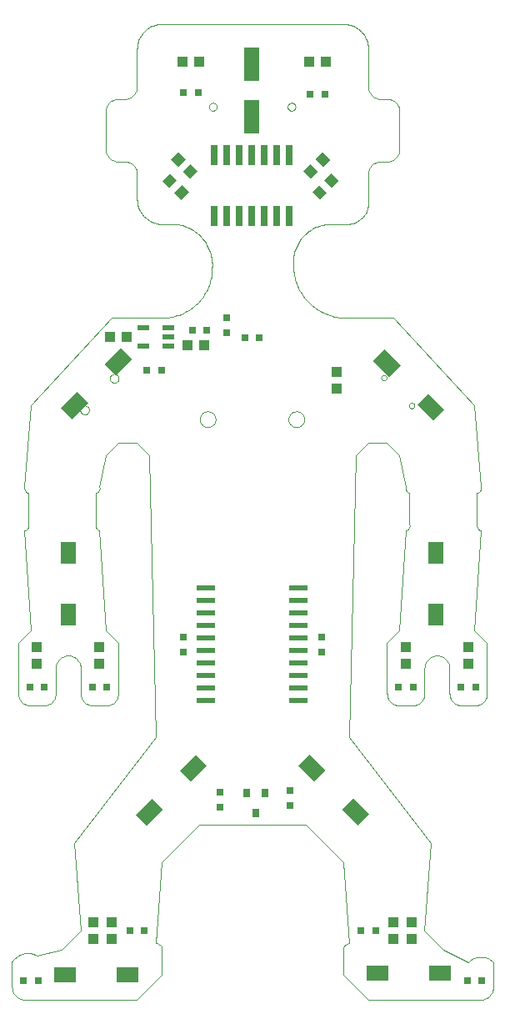
<source format=gtp>
G75*
%MOIN*%
%OFA0B0*%
%FSLAX24Y24*%
%IPPOS*%
%LPD*%
%AMOC8*
5,1,8,0,0,1.08239X$1,22.5*
%
%ADD10C,0.0000*%
%ADD11R,0.0315X0.0354*%
%ADD12R,0.0315X0.0315*%
%ADD13R,0.0780X0.0220*%
%ADD14R,0.0394X0.0433*%
%ADD15R,0.0630X0.1378*%
%ADD16R,0.0906X0.0630*%
%ADD17R,0.0630X0.0906*%
%ADD18R,0.0433X0.0394*%
%ADD19R,0.0260X0.0800*%
%ADD20R,0.0472X0.0217*%
D10*
X000100Y000600D02*
X000100Y001600D01*
X000128Y001644D01*
X000160Y001685D01*
X000194Y001724D01*
X000231Y001761D01*
X000270Y001795D01*
X000312Y001826D01*
X000356Y001854D01*
X000402Y001878D01*
X000449Y001900D01*
X000498Y001918D01*
X000548Y001932D01*
X000599Y001943D01*
X000651Y001950D01*
X000703Y001954D01*
X000755Y001953D01*
X000806Y001949D01*
X000858Y001942D01*
X000909Y001930D01*
X000959Y001916D01*
X001007Y001897D01*
X001055Y001875D01*
X001100Y001850D01*
X002100Y002100D01*
X002850Y002850D01*
X002600Y006350D01*
X005850Y010600D01*
X005600Y021850D01*
X005100Y022350D01*
X004350Y022350D01*
X003850Y021850D01*
X003600Y020600D01*
X003605Y020573D01*
X003606Y020547D01*
X003604Y020520D01*
X003598Y020493D01*
X003589Y020468D01*
X003577Y020444D01*
X003561Y020422D01*
X003543Y020402D01*
X003523Y020384D01*
X003500Y020370D01*
X003476Y020358D01*
X003450Y020350D01*
X003450Y019100D01*
X003445Y019073D01*
X003444Y019047D01*
X003446Y019020D01*
X003452Y018993D01*
X003461Y018968D01*
X003473Y018944D01*
X003489Y018922D01*
X003507Y018902D01*
X003527Y018884D01*
X003550Y018870D01*
X003574Y018858D01*
X003600Y018850D01*
X003850Y014850D01*
X004350Y014350D01*
X004350Y012350D01*
X004348Y012306D01*
X004342Y012263D01*
X004333Y012221D01*
X004320Y012179D01*
X004303Y012139D01*
X004283Y012100D01*
X004260Y012063D01*
X004233Y012029D01*
X004204Y011996D01*
X004171Y011967D01*
X004137Y011940D01*
X004100Y011917D01*
X004061Y011897D01*
X004021Y011880D01*
X003979Y011867D01*
X003937Y011858D01*
X003894Y011852D01*
X003850Y011850D01*
X003350Y011850D01*
X003306Y011852D01*
X003263Y011858D01*
X003221Y011867D01*
X003179Y011880D01*
X003139Y011897D01*
X003100Y011917D01*
X003063Y011940D01*
X003029Y011967D01*
X002996Y011996D01*
X002967Y012029D01*
X002940Y012063D01*
X002917Y012100D01*
X002897Y012139D01*
X002880Y012179D01*
X002867Y012221D01*
X002858Y012263D01*
X002852Y012306D01*
X002850Y012350D01*
X002850Y013350D01*
X002350Y013850D02*
X002306Y013848D01*
X002263Y013842D01*
X002221Y013833D01*
X002179Y013820D01*
X002139Y013803D01*
X002100Y013783D01*
X002063Y013760D01*
X002029Y013733D01*
X001996Y013704D01*
X001967Y013671D01*
X001940Y013637D01*
X001917Y013600D01*
X001897Y013561D01*
X001880Y013521D01*
X001867Y013479D01*
X001858Y013437D01*
X001852Y013394D01*
X001850Y013350D01*
X001850Y012350D01*
X001848Y012306D01*
X001842Y012263D01*
X001833Y012221D01*
X001820Y012179D01*
X001803Y012139D01*
X001783Y012100D01*
X001760Y012063D01*
X001733Y012029D01*
X001704Y011996D01*
X001671Y011967D01*
X001637Y011940D01*
X001600Y011917D01*
X001561Y011897D01*
X001521Y011880D01*
X001479Y011867D01*
X001437Y011858D01*
X001394Y011852D01*
X001350Y011850D01*
X000850Y011850D01*
X000806Y011852D01*
X000763Y011858D01*
X000721Y011867D01*
X000679Y011880D01*
X000639Y011897D01*
X000600Y011917D01*
X000563Y011940D01*
X000529Y011967D01*
X000496Y011996D01*
X000467Y012029D01*
X000440Y012063D01*
X000417Y012100D01*
X000397Y012139D01*
X000380Y012179D01*
X000367Y012221D01*
X000358Y012263D01*
X000352Y012306D01*
X000350Y012350D01*
X000350Y014350D01*
X000850Y014850D01*
X000600Y018850D01*
X000626Y018858D01*
X000650Y018870D01*
X000673Y018884D01*
X000693Y018902D01*
X000711Y018922D01*
X000727Y018944D01*
X000739Y018968D01*
X000748Y018993D01*
X000754Y019020D01*
X000756Y019047D01*
X000755Y019073D01*
X000750Y019100D01*
X000750Y020350D01*
X000724Y020358D01*
X000700Y020370D01*
X000677Y020384D01*
X000657Y020402D01*
X000639Y020422D01*
X000623Y020444D01*
X000611Y020468D01*
X000602Y020493D01*
X000596Y020520D01*
X000594Y020547D01*
X000595Y020573D01*
X000600Y020600D01*
X000850Y023850D01*
X004100Y027350D01*
X006100Y027350D01*
X006187Y027352D01*
X006274Y027358D01*
X006361Y027367D01*
X006447Y027380D01*
X006533Y027397D01*
X006618Y027418D01*
X006701Y027443D01*
X006784Y027471D01*
X006865Y027502D01*
X006945Y027537D01*
X007023Y027576D01*
X007100Y027618D01*
X007175Y027663D01*
X007247Y027712D01*
X007318Y027763D01*
X007386Y027818D01*
X007451Y027875D01*
X007514Y027936D01*
X007575Y027999D01*
X007632Y028064D01*
X007687Y028132D01*
X007738Y028203D01*
X007787Y028275D01*
X007832Y028350D01*
X007874Y028427D01*
X007913Y028505D01*
X007948Y028585D01*
X007979Y028666D01*
X008007Y028749D01*
X008032Y028832D01*
X008053Y028917D01*
X008070Y029003D01*
X008083Y029089D01*
X008092Y029176D01*
X008098Y029263D01*
X008100Y029350D01*
X006600Y031100D02*
X006100Y031100D01*
X006040Y031102D01*
X005979Y031107D01*
X005920Y031116D01*
X005861Y031129D01*
X005802Y031145D01*
X005745Y031165D01*
X005690Y031188D01*
X005635Y031215D01*
X005583Y031244D01*
X005532Y031277D01*
X005483Y031313D01*
X005437Y031351D01*
X005393Y031393D01*
X005351Y031437D01*
X005313Y031483D01*
X005277Y031532D01*
X005244Y031583D01*
X005215Y031635D01*
X005188Y031690D01*
X005165Y031745D01*
X005145Y031802D01*
X005129Y031861D01*
X005116Y031920D01*
X005107Y031979D01*
X005102Y032040D01*
X005100Y032100D01*
X005100Y033100D01*
X005098Y033144D01*
X005092Y033187D01*
X005083Y033229D01*
X005070Y033271D01*
X005053Y033311D01*
X005033Y033350D01*
X005010Y033387D01*
X004983Y033421D01*
X004954Y033454D01*
X004921Y033483D01*
X004887Y033510D01*
X004850Y033533D01*
X004811Y033553D01*
X004771Y033570D01*
X004729Y033583D01*
X004687Y033592D01*
X004644Y033598D01*
X004600Y033600D01*
X004350Y033600D01*
X004306Y033602D01*
X004263Y033608D01*
X004221Y033617D01*
X004179Y033630D01*
X004139Y033647D01*
X004100Y033667D01*
X004063Y033690D01*
X004029Y033717D01*
X003996Y033746D01*
X003967Y033779D01*
X003940Y033813D01*
X003917Y033850D01*
X003897Y033889D01*
X003880Y033929D01*
X003867Y033971D01*
X003858Y034013D01*
X003852Y034056D01*
X003850Y034100D01*
X003850Y035600D01*
X003852Y035644D01*
X003858Y035687D01*
X003867Y035729D01*
X003880Y035771D01*
X003897Y035811D01*
X003917Y035850D01*
X003940Y035887D01*
X003967Y035921D01*
X003996Y035954D01*
X004029Y035983D01*
X004063Y036010D01*
X004100Y036033D01*
X004139Y036053D01*
X004179Y036070D01*
X004221Y036083D01*
X004263Y036092D01*
X004306Y036098D01*
X004350Y036100D01*
X004600Y036100D01*
X004644Y036102D01*
X004687Y036108D01*
X004729Y036117D01*
X004771Y036130D01*
X004811Y036147D01*
X004850Y036167D01*
X004887Y036190D01*
X004921Y036217D01*
X004954Y036246D01*
X004983Y036279D01*
X005010Y036313D01*
X005033Y036350D01*
X005053Y036389D01*
X005070Y036429D01*
X005083Y036471D01*
X005092Y036513D01*
X005098Y036556D01*
X005100Y036600D01*
X005100Y038100D01*
X005102Y038160D01*
X005107Y038221D01*
X005116Y038280D01*
X005129Y038339D01*
X005145Y038398D01*
X005165Y038455D01*
X005188Y038510D01*
X005215Y038565D01*
X005244Y038617D01*
X005277Y038668D01*
X005313Y038717D01*
X005351Y038763D01*
X005393Y038807D01*
X005437Y038849D01*
X005483Y038887D01*
X005532Y038923D01*
X005583Y038956D01*
X005635Y038985D01*
X005690Y039012D01*
X005745Y039035D01*
X005802Y039055D01*
X005861Y039071D01*
X005920Y039084D01*
X005979Y039093D01*
X006040Y039098D01*
X006100Y039100D01*
X013350Y039100D01*
X013410Y039098D01*
X013471Y039093D01*
X013530Y039084D01*
X013589Y039071D01*
X013648Y039055D01*
X013705Y039035D01*
X013760Y039012D01*
X013815Y038985D01*
X013867Y038956D01*
X013918Y038923D01*
X013967Y038887D01*
X014013Y038849D01*
X014057Y038807D01*
X014099Y038763D01*
X014137Y038717D01*
X014173Y038668D01*
X014206Y038617D01*
X014235Y038565D01*
X014262Y038510D01*
X014285Y038455D01*
X014305Y038398D01*
X014321Y038339D01*
X014334Y038280D01*
X014343Y038221D01*
X014348Y038160D01*
X014350Y038100D01*
X014350Y036600D01*
X014352Y036556D01*
X014358Y036513D01*
X014367Y036471D01*
X014380Y036429D01*
X014397Y036389D01*
X014417Y036350D01*
X014440Y036313D01*
X014467Y036279D01*
X014496Y036246D01*
X014529Y036217D01*
X014563Y036190D01*
X014600Y036167D01*
X014639Y036147D01*
X014679Y036130D01*
X014721Y036117D01*
X014763Y036108D01*
X014806Y036102D01*
X014850Y036100D01*
X015100Y036100D01*
X015144Y036098D01*
X015187Y036092D01*
X015229Y036083D01*
X015271Y036070D01*
X015311Y036053D01*
X015350Y036033D01*
X015387Y036010D01*
X015421Y035983D01*
X015454Y035954D01*
X015483Y035921D01*
X015510Y035887D01*
X015533Y035850D01*
X015553Y035811D01*
X015570Y035771D01*
X015583Y035729D01*
X015592Y035687D01*
X015598Y035644D01*
X015600Y035600D01*
X015600Y034100D01*
X015598Y034056D01*
X015592Y034013D01*
X015583Y033971D01*
X015570Y033929D01*
X015553Y033889D01*
X015533Y033850D01*
X015510Y033813D01*
X015483Y033779D01*
X015454Y033746D01*
X015421Y033717D01*
X015387Y033690D01*
X015350Y033667D01*
X015311Y033647D01*
X015271Y033630D01*
X015229Y033617D01*
X015187Y033608D01*
X015144Y033602D01*
X015100Y033600D01*
X014850Y033600D01*
X014806Y033598D01*
X014763Y033592D01*
X014721Y033583D01*
X014679Y033570D01*
X014639Y033553D01*
X014600Y033533D01*
X014563Y033510D01*
X014529Y033483D01*
X014496Y033454D01*
X014467Y033421D01*
X014440Y033387D01*
X014417Y033350D01*
X014397Y033311D01*
X014380Y033271D01*
X014367Y033229D01*
X014358Y033187D01*
X014352Y033144D01*
X014350Y033100D01*
X014350Y032100D01*
X013600Y031100D02*
X012850Y031100D01*
X013600Y031100D02*
X013657Y031110D01*
X013713Y031124D01*
X013768Y031141D01*
X013822Y031162D01*
X013875Y031187D01*
X013925Y031214D01*
X013974Y031245D01*
X014021Y031280D01*
X014065Y031317D01*
X014107Y031357D01*
X014146Y031399D01*
X014182Y031445D01*
X014215Y031492D01*
X014245Y031541D01*
X014272Y031593D01*
X014295Y031646D01*
X014315Y031700D01*
X014331Y031756D01*
X014344Y031812D01*
X014353Y031869D01*
X014358Y031927D01*
X014359Y031985D01*
X014356Y032043D01*
X014350Y032100D01*
X011350Y029600D02*
X011346Y029510D01*
X011347Y029419D01*
X011351Y029329D01*
X011359Y029239D01*
X011371Y029149D01*
X011387Y029060D01*
X011406Y028972D01*
X011429Y028885D01*
X011456Y028799D01*
X011487Y028713D01*
X011521Y028630D01*
X011559Y028548D01*
X011600Y028467D01*
X011644Y028388D01*
X011692Y028312D01*
X011743Y028237D01*
X011797Y028165D01*
X011854Y028095D01*
X011914Y028027D01*
X011977Y027962D01*
X012043Y027900D01*
X012111Y027841D01*
X012181Y027784D01*
X012254Y027731D01*
X012329Y027681D01*
X012407Y027634D01*
X012486Y027590D01*
X012567Y027550D01*
X012649Y027513D01*
X012733Y027479D01*
X012818Y027450D01*
X012905Y027424D01*
X012993Y027401D01*
X013081Y027383D01*
X013170Y027368D01*
X013260Y027357D01*
X013350Y027350D01*
X015350Y027350D01*
X018600Y023850D01*
X018850Y020600D01*
X018855Y020573D01*
X018856Y020547D01*
X018854Y020520D01*
X018848Y020493D01*
X018839Y020468D01*
X018827Y020444D01*
X018811Y020422D01*
X018793Y020402D01*
X018773Y020384D01*
X018750Y020370D01*
X018726Y020358D01*
X018700Y020350D01*
X018700Y019100D01*
X018695Y019073D01*
X018694Y019047D01*
X018696Y019020D01*
X018702Y018993D01*
X018711Y018968D01*
X018723Y018944D01*
X018739Y018922D01*
X018757Y018902D01*
X018777Y018884D01*
X018800Y018870D01*
X018824Y018858D01*
X018850Y018850D01*
X018600Y014850D01*
X019100Y014350D01*
X019100Y012350D01*
X019098Y012306D01*
X019092Y012263D01*
X019083Y012221D01*
X019070Y012179D01*
X019053Y012139D01*
X019033Y012100D01*
X019010Y012063D01*
X018983Y012029D01*
X018954Y011996D01*
X018921Y011967D01*
X018887Y011940D01*
X018850Y011917D01*
X018811Y011897D01*
X018771Y011880D01*
X018729Y011867D01*
X018687Y011858D01*
X018644Y011852D01*
X018600Y011850D01*
X018100Y011850D01*
X018056Y011852D01*
X018013Y011858D01*
X017971Y011867D01*
X017929Y011880D01*
X017889Y011897D01*
X017850Y011917D01*
X017813Y011940D01*
X017779Y011967D01*
X017746Y011996D01*
X017717Y012029D01*
X017690Y012063D01*
X017667Y012100D01*
X017647Y012139D01*
X017630Y012179D01*
X017617Y012221D01*
X017608Y012263D01*
X017602Y012306D01*
X017600Y012350D01*
X017600Y013350D01*
X017598Y013394D01*
X017592Y013437D01*
X017583Y013479D01*
X017570Y013521D01*
X017553Y013561D01*
X017533Y013600D01*
X017510Y013637D01*
X017483Y013671D01*
X017454Y013704D01*
X017421Y013733D01*
X017387Y013760D01*
X017350Y013783D01*
X017311Y013803D01*
X017271Y013820D01*
X017229Y013833D01*
X017187Y013842D01*
X017144Y013848D01*
X017100Y013850D01*
X017056Y013848D01*
X017013Y013842D01*
X016971Y013833D01*
X016929Y013820D01*
X016889Y013803D01*
X016850Y013783D01*
X016813Y013760D01*
X016779Y013733D01*
X016746Y013704D01*
X016717Y013671D01*
X016690Y013637D01*
X016667Y013600D01*
X016647Y013561D01*
X016630Y013521D01*
X016617Y013479D01*
X016608Y013437D01*
X016602Y013394D01*
X016600Y013350D01*
X016600Y012350D01*
X016598Y012306D01*
X016592Y012263D01*
X016583Y012221D01*
X016570Y012179D01*
X016553Y012139D01*
X016533Y012100D01*
X016510Y012063D01*
X016483Y012029D01*
X016454Y011996D01*
X016421Y011967D01*
X016387Y011940D01*
X016350Y011917D01*
X016311Y011897D01*
X016271Y011880D01*
X016229Y011867D01*
X016187Y011858D01*
X016144Y011852D01*
X016100Y011850D01*
X015600Y011850D01*
X015556Y011852D01*
X015513Y011858D01*
X015471Y011867D01*
X015429Y011880D01*
X015389Y011897D01*
X015350Y011917D01*
X015313Y011940D01*
X015279Y011967D01*
X015246Y011996D01*
X015217Y012029D01*
X015190Y012063D01*
X015167Y012100D01*
X015147Y012139D01*
X015130Y012179D01*
X015117Y012221D01*
X015108Y012263D01*
X015102Y012306D01*
X015100Y012350D01*
X015100Y014350D01*
X015600Y014850D01*
X015850Y018850D01*
X015876Y018858D01*
X015900Y018870D01*
X015923Y018884D01*
X015943Y018902D01*
X015961Y018922D01*
X015977Y018944D01*
X015989Y018968D01*
X015998Y018993D01*
X016004Y019020D01*
X016006Y019047D01*
X016005Y019073D01*
X016000Y019100D01*
X016000Y020350D01*
X015974Y020358D01*
X015950Y020370D01*
X015927Y020384D01*
X015907Y020402D01*
X015889Y020422D01*
X015873Y020444D01*
X015861Y020468D01*
X015852Y020493D01*
X015846Y020520D01*
X015844Y020547D01*
X015845Y020573D01*
X015850Y020600D01*
X015600Y021850D01*
X015100Y022350D01*
X014350Y022350D01*
X013850Y021850D01*
X013600Y010600D01*
X016850Y006350D01*
X016600Y002850D01*
X017350Y002100D01*
X018350Y001600D01*
X018387Y001634D01*
X018426Y001666D01*
X018468Y001695D01*
X018511Y001721D01*
X018556Y001743D01*
X018603Y001762D01*
X018651Y001778D01*
X018700Y001791D01*
X018749Y001800D01*
X018800Y001805D01*
X018850Y001807D01*
X018900Y001805D01*
X018951Y001800D01*
X019000Y001791D01*
X019049Y001778D01*
X019097Y001762D01*
X019144Y001743D01*
X019189Y001721D01*
X019232Y001695D01*
X019274Y001666D01*
X019313Y001634D01*
X019350Y001600D01*
X019350Y000600D01*
X019348Y000556D01*
X019342Y000513D01*
X019333Y000471D01*
X019320Y000429D01*
X019303Y000389D01*
X019283Y000350D01*
X019260Y000313D01*
X019233Y000279D01*
X019204Y000246D01*
X019171Y000217D01*
X019137Y000190D01*
X019100Y000167D01*
X019061Y000147D01*
X019021Y000130D01*
X018979Y000117D01*
X018937Y000108D01*
X018894Y000102D01*
X018850Y000100D01*
X014350Y000100D01*
X013350Y001100D01*
X013350Y002100D01*
X013352Y002130D01*
X013357Y002160D01*
X013366Y002189D01*
X013379Y002216D01*
X013394Y002242D01*
X013413Y002266D01*
X013434Y002287D01*
X013458Y002306D01*
X013484Y002321D01*
X013511Y002334D01*
X013540Y002343D01*
X013570Y002348D01*
X013600Y002350D01*
X013350Y005600D01*
X011850Y007100D01*
X007600Y007100D01*
X006100Y005600D01*
X005850Y002350D01*
X005880Y002348D01*
X005910Y002343D01*
X005939Y002334D01*
X005966Y002321D01*
X005992Y002306D01*
X006016Y002287D01*
X006037Y002266D01*
X006056Y002242D01*
X006071Y002216D01*
X006084Y002189D01*
X006093Y002160D01*
X006098Y002130D01*
X006100Y002100D01*
X006100Y001100D01*
X005100Y000100D01*
X000600Y000100D01*
X000556Y000102D01*
X000513Y000108D01*
X000471Y000117D01*
X000429Y000130D01*
X000389Y000147D01*
X000350Y000167D01*
X000313Y000190D01*
X000279Y000217D01*
X000246Y000246D01*
X000217Y000279D01*
X000190Y000313D01*
X000167Y000350D01*
X000147Y000389D01*
X000130Y000429D01*
X000117Y000471D01*
X000108Y000513D01*
X000102Y000556D01*
X000100Y000600D01*
X002850Y013350D02*
X002848Y013394D01*
X002842Y013437D01*
X002833Y013479D01*
X002820Y013521D01*
X002803Y013561D01*
X002783Y013600D01*
X002760Y013637D01*
X002733Y013671D01*
X002704Y013704D01*
X002671Y013733D01*
X002637Y013760D01*
X002600Y013783D01*
X002561Y013803D01*
X002521Y013820D01*
X002479Y013833D01*
X002437Y013842D01*
X002394Y013848D01*
X002350Y013850D01*
X002832Y023667D02*
X002834Y023693D01*
X002840Y023719D01*
X002850Y023744D01*
X002863Y023767D01*
X002879Y023787D01*
X002899Y023805D01*
X002921Y023820D01*
X002944Y023832D01*
X002970Y023840D01*
X002996Y023844D01*
X003022Y023844D01*
X003048Y023840D01*
X003074Y023832D01*
X003098Y023820D01*
X003119Y023805D01*
X003139Y023787D01*
X003155Y023767D01*
X003168Y023744D01*
X003178Y023719D01*
X003184Y023693D01*
X003186Y023667D01*
X003184Y023641D01*
X003178Y023615D01*
X003168Y023590D01*
X003155Y023567D01*
X003139Y023547D01*
X003119Y023529D01*
X003097Y023514D01*
X003074Y023502D01*
X003048Y023494D01*
X003022Y023490D01*
X002996Y023490D01*
X002970Y023494D01*
X002944Y023502D01*
X002920Y023514D01*
X002899Y023529D01*
X002879Y023547D01*
X002863Y023567D01*
X002850Y023590D01*
X002840Y023615D01*
X002834Y023641D01*
X002832Y023667D01*
X004014Y024933D02*
X004016Y024959D01*
X004022Y024985D01*
X004032Y025010D01*
X004045Y025033D01*
X004061Y025053D01*
X004081Y025071D01*
X004103Y025086D01*
X004126Y025098D01*
X004152Y025106D01*
X004178Y025110D01*
X004204Y025110D01*
X004230Y025106D01*
X004256Y025098D01*
X004280Y025086D01*
X004301Y025071D01*
X004321Y025053D01*
X004337Y025033D01*
X004350Y025010D01*
X004360Y024985D01*
X004366Y024959D01*
X004368Y024933D01*
X004366Y024907D01*
X004360Y024881D01*
X004350Y024856D01*
X004337Y024833D01*
X004321Y024813D01*
X004301Y024795D01*
X004279Y024780D01*
X004256Y024768D01*
X004230Y024760D01*
X004204Y024756D01*
X004178Y024756D01*
X004152Y024760D01*
X004126Y024768D01*
X004102Y024780D01*
X004081Y024795D01*
X004061Y024813D01*
X004045Y024833D01*
X004032Y024856D01*
X004022Y024881D01*
X004016Y024907D01*
X004014Y024933D01*
X008100Y029350D02*
X008104Y029430D01*
X008105Y029510D01*
X008101Y029590D01*
X008093Y029669D01*
X008082Y029749D01*
X008067Y029827D01*
X008047Y029905D01*
X008024Y029981D01*
X007998Y030057D01*
X007967Y030131D01*
X007933Y030203D01*
X007896Y030274D01*
X007855Y030343D01*
X007811Y030409D01*
X007763Y030474D01*
X007713Y030536D01*
X007659Y030595D01*
X007603Y030652D01*
X007544Y030706D01*
X007482Y030757D01*
X007418Y030805D01*
X007351Y030849D01*
X007283Y030891D01*
X007212Y030929D01*
X007140Y030963D01*
X007066Y030994D01*
X006991Y031021D01*
X006915Y031045D01*
X006837Y031064D01*
X006759Y031080D01*
X006680Y031092D01*
X006600Y031100D01*
X007973Y035788D02*
X007975Y035813D01*
X007981Y035837D01*
X007990Y035859D01*
X008003Y035880D01*
X008019Y035899D01*
X008038Y035915D01*
X008059Y035928D01*
X008081Y035937D01*
X008105Y035943D01*
X008130Y035945D01*
X008155Y035943D01*
X008179Y035937D01*
X008201Y035928D01*
X008222Y035915D01*
X008241Y035899D01*
X008257Y035880D01*
X008270Y035859D01*
X008279Y035837D01*
X008285Y035813D01*
X008287Y035788D01*
X008285Y035763D01*
X008279Y035739D01*
X008270Y035717D01*
X008257Y035696D01*
X008241Y035677D01*
X008222Y035661D01*
X008201Y035648D01*
X008179Y035639D01*
X008155Y035633D01*
X008130Y035631D01*
X008105Y035633D01*
X008081Y035639D01*
X008059Y035648D01*
X008038Y035661D01*
X008019Y035677D01*
X008003Y035696D01*
X007990Y035717D01*
X007981Y035739D01*
X007975Y035763D01*
X007973Y035788D01*
X011123Y035788D02*
X011125Y035813D01*
X011131Y035837D01*
X011140Y035859D01*
X011153Y035880D01*
X011169Y035899D01*
X011188Y035915D01*
X011209Y035928D01*
X011231Y035937D01*
X011255Y035943D01*
X011280Y035945D01*
X011305Y035943D01*
X011329Y035937D01*
X011351Y035928D01*
X011372Y035915D01*
X011391Y035899D01*
X011407Y035880D01*
X011420Y035859D01*
X011429Y035837D01*
X011435Y035813D01*
X011437Y035788D01*
X011435Y035763D01*
X011429Y035739D01*
X011420Y035717D01*
X011407Y035696D01*
X011391Y035677D01*
X011372Y035661D01*
X011351Y035648D01*
X011329Y035639D01*
X011305Y035633D01*
X011280Y035631D01*
X011255Y035633D01*
X011231Y035639D01*
X011209Y035648D01*
X011188Y035661D01*
X011169Y035677D01*
X011153Y035696D01*
X011140Y035717D01*
X011131Y035739D01*
X011125Y035763D01*
X011123Y035788D01*
X012850Y031100D02*
X012774Y031098D01*
X012698Y031092D01*
X012623Y031083D01*
X012548Y031069D01*
X012474Y031052D01*
X012401Y031031D01*
X012329Y031007D01*
X012258Y030978D01*
X012189Y030947D01*
X012122Y030912D01*
X012057Y030873D01*
X011993Y030831D01*
X011932Y030786D01*
X011873Y030738D01*
X011817Y030687D01*
X011763Y030633D01*
X011712Y030577D01*
X011664Y030518D01*
X011619Y030457D01*
X011577Y030393D01*
X011538Y030328D01*
X011503Y030261D01*
X011472Y030192D01*
X011443Y030121D01*
X011419Y030049D01*
X011398Y029976D01*
X011381Y029902D01*
X011367Y029827D01*
X011358Y029752D01*
X011352Y029676D01*
X011350Y029600D01*
X011157Y023300D02*
X011159Y023335D01*
X011165Y023370D01*
X011175Y023404D01*
X011188Y023437D01*
X011205Y023468D01*
X011226Y023496D01*
X011249Y023523D01*
X011276Y023546D01*
X011304Y023567D01*
X011335Y023584D01*
X011368Y023597D01*
X011402Y023607D01*
X011437Y023613D01*
X011472Y023615D01*
X011507Y023613D01*
X011542Y023607D01*
X011576Y023597D01*
X011609Y023584D01*
X011640Y023567D01*
X011668Y023546D01*
X011695Y023523D01*
X011718Y023496D01*
X011739Y023468D01*
X011756Y023437D01*
X011769Y023404D01*
X011779Y023370D01*
X011785Y023335D01*
X011787Y023300D01*
X011785Y023265D01*
X011779Y023230D01*
X011769Y023196D01*
X011756Y023163D01*
X011739Y023132D01*
X011718Y023104D01*
X011695Y023077D01*
X011668Y023054D01*
X011640Y023033D01*
X011609Y023016D01*
X011576Y023003D01*
X011542Y022993D01*
X011507Y022987D01*
X011472Y022985D01*
X011437Y022987D01*
X011402Y022993D01*
X011368Y023003D01*
X011335Y023016D01*
X011304Y023033D01*
X011276Y023054D01*
X011249Y023077D01*
X011226Y023104D01*
X011205Y023132D01*
X011188Y023163D01*
X011175Y023196D01*
X011165Y023230D01*
X011159Y023265D01*
X011157Y023300D01*
X007613Y023300D02*
X007615Y023335D01*
X007621Y023370D01*
X007631Y023404D01*
X007644Y023437D01*
X007661Y023468D01*
X007682Y023496D01*
X007705Y023523D01*
X007732Y023546D01*
X007760Y023567D01*
X007791Y023584D01*
X007824Y023597D01*
X007858Y023607D01*
X007893Y023613D01*
X007928Y023615D01*
X007963Y023613D01*
X007998Y023607D01*
X008032Y023597D01*
X008065Y023584D01*
X008096Y023567D01*
X008124Y023546D01*
X008151Y023523D01*
X008174Y023496D01*
X008195Y023468D01*
X008212Y023437D01*
X008225Y023404D01*
X008235Y023370D01*
X008241Y023335D01*
X008243Y023300D01*
X008241Y023265D01*
X008235Y023230D01*
X008225Y023196D01*
X008212Y023163D01*
X008195Y023132D01*
X008174Y023104D01*
X008151Y023077D01*
X008124Y023054D01*
X008096Y023033D01*
X008065Y023016D01*
X008032Y023003D01*
X007998Y022993D01*
X007963Y022987D01*
X007928Y022985D01*
X007893Y022987D01*
X007858Y022993D01*
X007824Y023003D01*
X007791Y023016D01*
X007760Y023033D01*
X007732Y023054D01*
X007705Y023077D01*
X007682Y023104D01*
X007661Y023132D01*
X007644Y023163D01*
X007631Y023196D01*
X007621Y023230D01*
X007615Y023265D01*
X007613Y023300D01*
X014867Y024958D02*
X014869Y024978D01*
X014875Y024998D01*
X014884Y025016D01*
X014897Y025033D01*
X014912Y025046D01*
X014930Y025056D01*
X014950Y025063D01*
X014970Y025066D01*
X014990Y025065D01*
X015010Y025060D01*
X015029Y025052D01*
X015046Y025040D01*
X015060Y025025D01*
X015071Y025007D01*
X015079Y024988D01*
X015083Y024968D01*
X015083Y024948D01*
X015079Y024928D01*
X015071Y024909D01*
X015060Y024891D01*
X015046Y024876D01*
X015029Y024864D01*
X015010Y024856D01*
X014990Y024851D01*
X014970Y024850D01*
X014950Y024853D01*
X014930Y024860D01*
X014912Y024870D01*
X014897Y024883D01*
X014884Y024900D01*
X014875Y024918D01*
X014869Y024938D01*
X014867Y024958D01*
X015980Y023845D02*
X015982Y023865D01*
X015988Y023885D01*
X015997Y023903D01*
X016010Y023920D01*
X016025Y023933D01*
X016043Y023943D01*
X016063Y023950D01*
X016083Y023953D01*
X016103Y023952D01*
X016123Y023947D01*
X016142Y023939D01*
X016159Y023927D01*
X016173Y023912D01*
X016184Y023894D01*
X016192Y023875D01*
X016196Y023855D01*
X016196Y023835D01*
X016192Y023815D01*
X016184Y023796D01*
X016173Y023778D01*
X016159Y023763D01*
X016142Y023751D01*
X016123Y023743D01*
X016103Y023738D01*
X016083Y023737D01*
X016063Y023740D01*
X016043Y023747D01*
X016025Y023757D01*
X016010Y023770D01*
X015997Y023787D01*
X015988Y023805D01*
X015982Y023825D01*
X015980Y023845D01*
D11*
X010224Y008369D03*
X009850Y007542D03*
X009476Y008369D03*
D12*
X008413Y008400D03*
X008413Y007800D03*
X011225Y007863D03*
X011225Y008463D03*
X012500Y014000D03*
X012500Y014600D03*
X015555Y012600D03*
X016145Y012600D03*
X018055Y012600D03*
X018645Y012600D03*
X014645Y002850D03*
X014055Y002850D03*
X018305Y000850D03*
X018895Y000850D03*
X006950Y014000D03*
X006950Y014600D03*
X003895Y012600D03*
X003305Y012600D03*
X001395Y012600D03*
X000805Y012600D03*
X004805Y002850D03*
X005395Y002850D03*
X001145Y000850D03*
X000555Y000850D03*
X005500Y025250D03*
X006100Y025250D03*
X007305Y026850D03*
X007895Y026850D03*
X008700Y026750D03*
X008700Y027350D03*
X009405Y026550D03*
X009995Y026550D03*
X012017Y036288D03*
X012608Y036288D03*
X007545Y036350D03*
X006955Y036350D03*
D13*
X007863Y016550D03*
X007863Y016050D03*
X007863Y015550D03*
X007863Y015050D03*
X007863Y014550D03*
X007863Y014050D03*
X007863Y013550D03*
X007863Y013050D03*
X007863Y012550D03*
X007863Y012050D03*
X011563Y012050D03*
X011563Y012550D03*
X011563Y013050D03*
X011563Y013550D03*
X011563Y014050D03*
X011563Y014550D03*
X011563Y015050D03*
X011563Y015550D03*
X011563Y016050D03*
X011563Y016550D03*
D14*
X007785Y026250D03*
X007115Y026250D03*
X004685Y026600D03*
X004015Y026600D03*
G36*
X006890Y032655D02*
X007169Y032376D01*
X006864Y032071D01*
X006585Y032350D01*
X006890Y032655D01*
G37*
G36*
X006416Y033129D02*
X006695Y032850D01*
X006390Y032545D01*
X006111Y032824D01*
X006416Y033129D01*
G37*
G36*
X006740Y033395D02*
X006461Y033674D01*
X006766Y033979D01*
X007045Y033700D01*
X006740Y033395D01*
G37*
G36*
X007214Y032921D02*
X006935Y033200D01*
X007240Y033505D01*
X007519Y033226D01*
X007214Y032921D01*
G37*
X006915Y037600D03*
X007585Y037600D03*
X011978Y037600D03*
X012647Y037600D03*
G36*
X012819Y033674D02*
X012540Y033395D01*
X012235Y033700D01*
X012514Y033979D01*
X012819Y033674D01*
G37*
G36*
X013169Y032824D02*
X012890Y032545D01*
X012585Y032850D01*
X012864Y033129D01*
X013169Y032824D01*
G37*
G36*
X012695Y032350D02*
X012416Y032071D01*
X012111Y032376D01*
X012390Y032655D01*
X012695Y032350D01*
G37*
G36*
X012345Y033200D02*
X012066Y032921D01*
X011761Y033226D01*
X012040Y033505D01*
X012345Y033200D01*
G37*
D15*
X009688Y035375D03*
X009688Y037500D03*
D16*
G36*
X003809Y025505D02*
X004449Y026145D01*
X004895Y025699D01*
X004255Y025059D01*
X003809Y025505D01*
G37*
G36*
X002055Y023751D02*
X002695Y024391D01*
X003141Y023945D01*
X002501Y023305D01*
X002055Y023751D01*
G37*
G36*
X006809Y009255D02*
X007449Y009895D01*
X007895Y009449D01*
X007255Y008809D01*
X006809Y009255D01*
G37*
G36*
X005055Y007501D02*
X005695Y008141D01*
X006141Y007695D01*
X005501Y007055D01*
X005055Y007501D01*
G37*
X004715Y001100D03*
X002235Y001100D03*
G36*
X012195Y008821D02*
X011555Y009461D01*
X012001Y009907D01*
X012641Y009267D01*
X012195Y008821D01*
G37*
G36*
X013949Y007068D02*
X013309Y007708D01*
X013755Y008154D01*
X014395Y007514D01*
X013949Y007068D01*
G37*
X014735Y001163D03*
X017215Y001163D03*
G36*
X016755Y024329D02*
X017395Y023689D01*
X016949Y023243D01*
X016309Y023883D01*
X016755Y024329D01*
G37*
G36*
X015001Y026082D02*
X015641Y025442D01*
X015195Y024996D01*
X014555Y025636D01*
X015001Y026082D01*
G37*
D17*
X017038Y017965D03*
X017038Y015485D03*
X002350Y015485D03*
X002350Y017965D03*
D18*
X001100Y014185D03*
X001100Y013515D03*
X003600Y013515D03*
X003600Y014185D03*
X003350Y003185D03*
X003350Y002515D03*
X004100Y002515D03*
X004100Y003185D03*
X013100Y024515D03*
X013100Y025185D03*
X015850Y014185D03*
X015850Y013515D03*
X018350Y013515D03*
X018350Y014185D03*
X016100Y003185D03*
X016100Y002515D03*
X015350Y002515D03*
X015350Y003185D03*
D19*
X011190Y031440D03*
X010690Y031440D03*
X010190Y031440D03*
X009690Y031440D03*
X009190Y031440D03*
X008690Y031440D03*
X008190Y031440D03*
X008190Y033860D03*
X008690Y033860D03*
X009190Y033860D03*
X009690Y033860D03*
X010190Y033860D03*
X010690Y033860D03*
X011190Y033860D03*
D20*
X006362Y026974D03*
X006362Y026600D03*
X006362Y026226D03*
X005338Y026226D03*
X005338Y026974D03*
M02*

</source>
